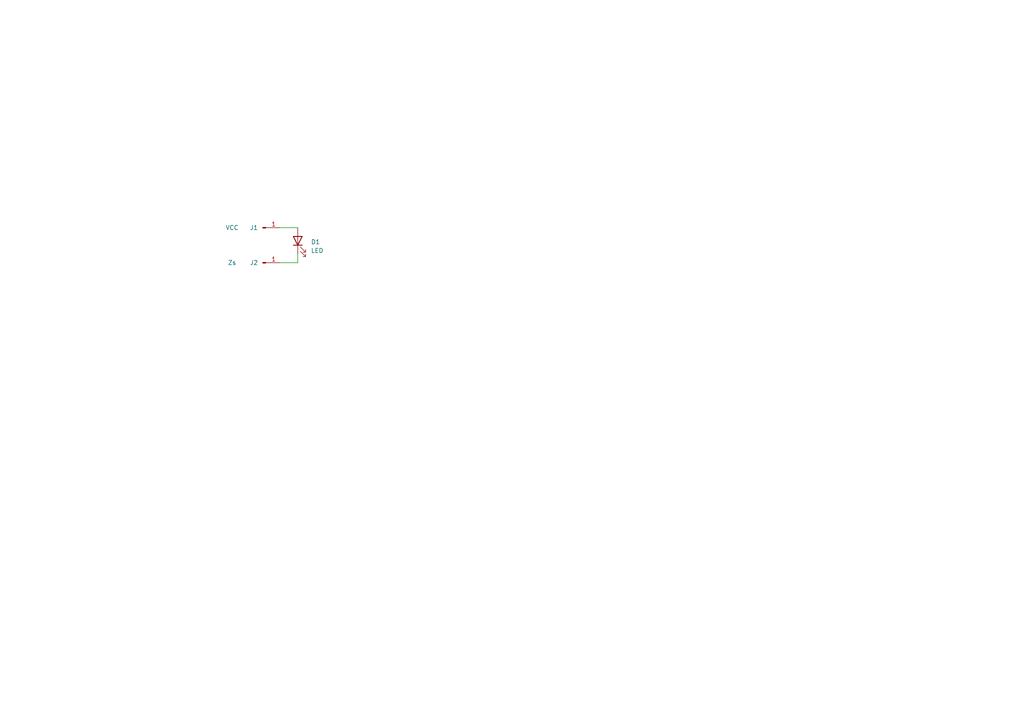
<source format=kicad_sch>
(kicad_sch (version 20211123) (generator eeschema)
  (paper "A4")
  (lib_symbols
    (symbol "Connector:Conn_01x01_Male" (pin_names (offset 1.016) hide)
      (property "Reference" "J" (at 0 2.54 0))
      (property "Value" "Conn_01x01_Male" (at 0 -2.54 0))
      (symbol "Conn_01x01_Male_1_1"
        (polyline (pts (xy 1.27 0) (xy 0.8636 0)) (stroke (width 0.1524)))
        (rectangle (start 0.8636 0.127) (end 0 -0.127) (stroke (width 0.1524)) (fill (type outline)))
        (pin passive line (at 5.08 0 180) (length 3.81) (name "Pin_1") (number "1"))
      )
    )
    (symbol "Device:LED" (pin_numbers hide) (pin_names (offset 1.016) hide)
      (property "Reference" "D" (at 0 2.54 0))
      (property "Value" "LED" (at 0 -2.54 0))
      (symbol "LED_0_1"
        (polyline (pts (xy -1.27 -1.27) (xy -1.27 1.27)) (stroke (width 0.254)))
        (polyline (pts (xy -1.27 0) (xy 1.27 0)))
        (polyline (pts (xy 1.27 -1.27) (xy 1.27 1.27) (xy -1.27 0) (xy 1.27 -1.27)) (stroke (width 0.254)))
        (polyline (pts (xy -3.048 -0.762) (xy -4.572 -2.286) (xy -3.81 -2.286) (xy -4.572 -2.286) (xy -4.572 -1.524)))
        (polyline (pts (xy -1.778 -0.762) (xy -3.302 -2.286) (xy -2.54 -2.286) (xy -3.302 -2.286) (xy -3.302 -1.524)))
      )
      (symbol "LED_1_1"
        (pin passive line (at -3.81 0 0) (length 2.54) (name "K") (number "1"))
        (pin passive line (at 3.81 0 180) (length 2.54) (name "A") (number "2"))
      )
    )
  )
  (wire (pts (xy 81.28 76.2) (xy 86.36 76.2)))
  (wire (pts (xy 86.36 76.2) (xy 86.36 73.66)))
  (wire (pts (xy 81.28 66.04) (xy 86.36 66.04)))
  (symbol (lib_id "Device:LED") (at 86.36 69.85 90) (unit 1)
    (property "Reference" "D1" (at 90.17 70.1674 90) (effects (justify right)))
    (property "Value" "LED" (at 90.17 72.7074 90) (effects (justify right)))
    (property "Footprint" "LED_SMD:LED_0603_1608Metric" (effects hide))
  )
  (symbol (lib_id "Connector:Conn_01x01_Male") (at 76.2 76.2 0) (unit 1)
    (property "Reference" "J2" (at 73.66 76.2 0))
    (property "Value" "Zs" (at 67.31 76.2 0))
    (property "Footprint" "Connector_Wire:SolderWirePad_1x01_SMD_1x2mm" (effects hide))
  )
  (symbol (lib_id "Connector:Conn_01x01_Male") (at 76.2 66.04 0) (unit 1)
    (property "Reference" "J1" (at 73.66 66.04 0))
    (property "Value" "VCC" (at 67.31 66.04 0))
    (property "Footprint" "Connector_Wire:SolderWirePad_1x01_SMD_1x2mm" (effects hide))
  )
)
</source>
